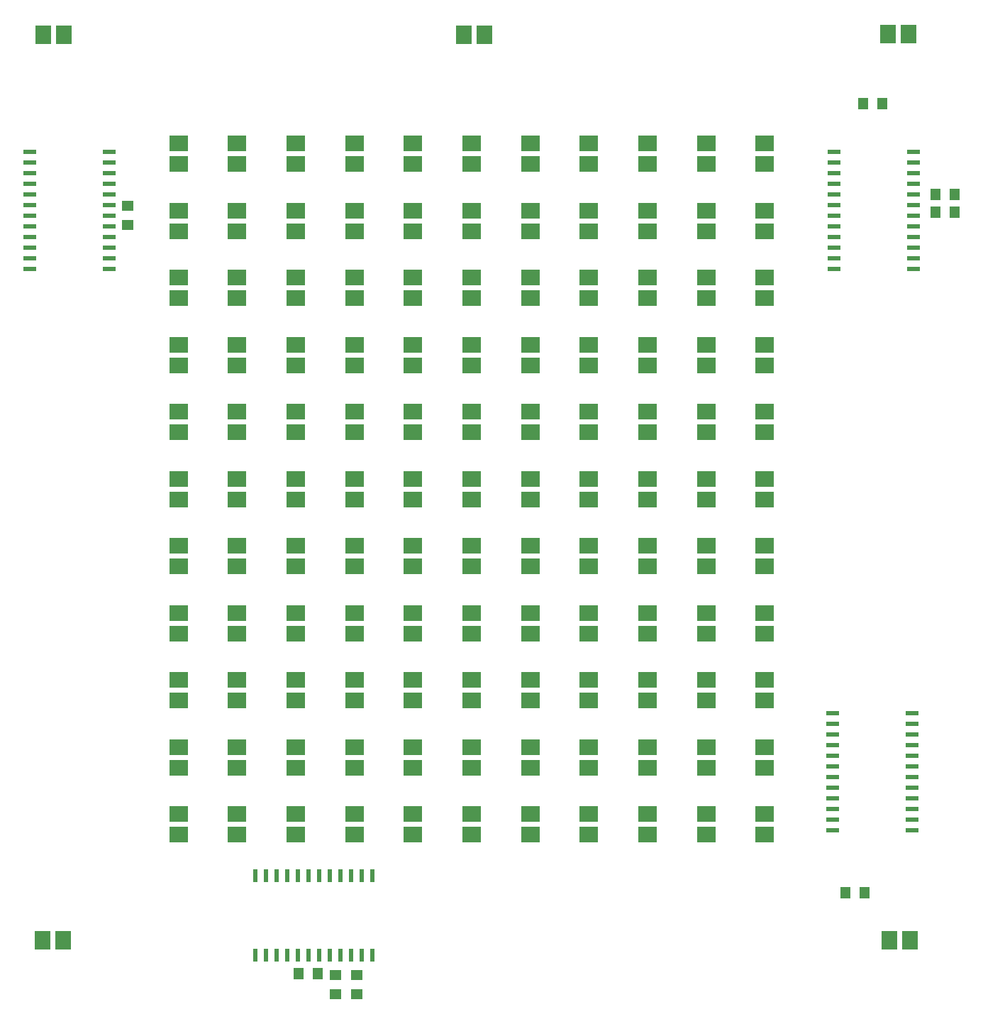
<source format=gtp>
G04 Layer_Color=8421504*
%FSTAX24Y24*%
%MOIN*%
G70*
G01*
G75*
%ADD10R,0.0500X0.0550*%
%ADD11R,0.0768X0.0906*%
%ADD12R,0.0906X0.0768*%
%ADD13R,0.0550X0.0500*%
%ADD14R,0.0232X0.0591*%
%ADD15R,0.0591X0.0232*%
D10*
X06678Y02388D02*
D03*
X06768D02*
D03*
X04199Y02008D02*
D03*
X04109D02*
D03*
X07102Y05585D02*
D03*
X07192D02*
D03*
X07102Y056655D02*
D03*
X07192D02*
D03*
X06852Y06094D02*
D03*
X06762D02*
D03*
D11*
X048845Y06418D02*
D03*
X04981D02*
D03*
X029045Y021654D02*
D03*
X03001D02*
D03*
X030042Y06417D02*
D03*
X029078D02*
D03*
X069815Y02164D02*
D03*
X06885D02*
D03*
X06976Y06422D02*
D03*
X068795D02*
D03*
D12*
X062992Y027559D02*
D03*
Y026594D02*
D03*
X060236Y027559D02*
D03*
Y026594D02*
D03*
X05748Y027559D02*
D03*
Y026594D02*
D03*
X054724Y027559D02*
D03*
Y026594D02*
D03*
X051968Y027559D02*
D03*
Y026594D02*
D03*
X049213Y027559D02*
D03*
Y026594D02*
D03*
X046457Y027559D02*
D03*
Y026594D02*
D03*
X043701Y027559D02*
D03*
Y026594D02*
D03*
X040945Y027559D02*
D03*
Y026594D02*
D03*
X038189Y027559D02*
D03*
Y026594D02*
D03*
X035433Y027559D02*
D03*
Y026594D02*
D03*
X062992Y030709D02*
D03*
Y029744D02*
D03*
X060236Y030709D02*
D03*
Y029744D02*
D03*
X05748Y030709D02*
D03*
Y029744D02*
D03*
X054724Y030709D02*
D03*
Y029744D02*
D03*
X051968Y030709D02*
D03*
Y029744D02*
D03*
X049213Y030709D02*
D03*
Y029744D02*
D03*
X046457Y030709D02*
D03*
Y029744D02*
D03*
X043701Y030709D02*
D03*
Y029744D02*
D03*
X040945Y030709D02*
D03*
Y029744D02*
D03*
X038189Y030709D02*
D03*
Y029744D02*
D03*
X035433Y030709D02*
D03*
Y029744D02*
D03*
X062992Y033858D02*
D03*
Y032894D02*
D03*
X060236Y033858D02*
D03*
Y032894D02*
D03*
X05748Y033858D02*
D03*
Y032894D02*
D03*
X054724Y033858D02*
D03*
Y032894D02*
D03*
X051968Y033858D02*
D03*
Y032894D02*
D03*
X049213Y033858D02*
D03*
Y032894D02*
D03*
X046457Y033858D02*
D03*
Y032894D02*
D03*
X043701Y033858D02*
D03*
Y032894D02*
D03*
X040945Y033858D02*
D03*
Y032894D02*
D03*
X038189Y033858D02*
D03*
Y032894D02*
D03*
X035433Y033858D02*
D03*
Y032894D02*
D03*
X062992Y037008D02*
D03*
Y036043D02*
D03*
X060236Y037008D02*
D03*
Y036043D02*
D03*
X05748Y037008D02*
D03*
Y036043D02*
D03*
X054724Y037008D02*
D03*
Y036043D02*
D03*
X051968Y037008D02*
D03*
Y036043D02*
D03*
X049213Y037008D02*
D03*
Y036043D02*
D03*
X046457Y037008D02*
D03*
Y036043D02*
D03*
X043701Y037008D02*
D03*
Y036043D02*
D03*
X040945Y037008D02*
D03*
Y036043D02*
D03*
X038189Y037008D02*
D03*
Y036043D02*
D03*
X035433Y037008D02*
D03*
Y036043D02*
D03*
X062992Y040157D02*
D03*
Y039193D02*
D03*
X060236Y040157D02*
D03*
Y039193D02*
D03*
X05748Y040157D02*
D03*
Y039193D02*
D03*
X054724Y040157D02*
D03*
Y039193D02*
D03*
X051968Y040157D02*
D03*
Y039193D02*
D03*
X049213Y040157D02*
D03*
Y039193D02*
D03*
X046457Y040157D02*
D03*
Y039193D02*
D03*
X043701Y040157D02*
D03*
Y039193D02*
D03*
X040945Y040157D02*
D03*
Y039193D02*
D03*
X038189Y040157D02*
D03*
Y039193D02*
D03*
X035433Y040157D02*
D03*
Y039193D02*
D03*
X062992Y043307D02*
D03*
Y042343D02*
D03*
X060236Y043307D02*
D03*
Y042343D02*
D03*
X05748Y043307D02*
D03*
Y042343D02*
D03*
X054724Y043307D02*
D03*
Y042343D02*
D03*
X051968Y043307D02*
D03*
Y042343D02*
D03*
X049213Y043307D02*
D03*
Y042343D02*
D03*
X046457Y043307D02*
D03*
Y042343D02*
D03*
X043701Y043307D02*
D03*
Y042343D02*
D03*
X040945Y043307D02*
D03*
Y042343D02*
D03*
X038189Y043307D02*
D03*
Y042343D02*
D03*
X035433Y043307D02*
D03*
Y042343D02*
D03*
X062992Y046457D02*
D03*
Y045492D02*
D03*
X060236Y046457D02*
D03*
Y045492D02*
D03*
X05748Y046457D02*
D03*
Y045492D02*
D03*
X054724Y046457D02*
D03*
Y045492D02*
D03*
X051968Y046457D02*
D03*
Y045492D02*
D03*
X049213Y046457D02*
D03*
Y045492D02*
D03*
X046457Y046457D02*
D03*
Y045492D02*
D03*
X043701Y046457D02*
D03*
Y045492D02*
D03*
X040945Y046457D02*
D03*
Y045492D02*
D03*
X038189Y046457D02*
D03*
Y045492D02*
D03*
X035433Y046457D02*
D03*
Y045492D02*
D03*
X062992Y049606D02*
D03*
Y048642D02*
D03*
X060236Y049606D02*
D03*
Y048642D02*
D03*
X05748Y049606D02*
D03*
Y048642D02*
D03*
X054724Y049606D02*
D03*
Y048642D02*
D03*
X051968Y049606D02*
D03*
Y048642D02*
D03*
X049213Y049606D02*
D03*
Y048642D02*
D03*
X046457Y049606D02*
D03*
Y048642D02*
D03*
X043701Y049606D02*
D03*
Y048642D02*
D03*
X040945Y049606D02*
D03*
Y048642D02*
D03*
X038189Y049606D02*
D03*
Y048642D02*
D03*
X035433Y049606D02*
D03*
Y048642D02*
D03*
X062992Y052756D02*
D03*
Y051791D02*
D03*
X060236Y052756D02*
D03*
Y051791D02*
D03*
X05748Y052756D02*
D03*
Y051791D02*
D03*
X054724Y052756D02*
D03*
Y051791D02*
D03*
X051968Y052756D02*
D03*
Y051791D02*
D03*
X049213Y052756D02*
D03*
Y051791D02*
D03*
X046457Y052756D02*
D03*
Y051791D02*
D03*
X043701Y052756D02*
D03*
Y051791D02*
D03*
X040945Y052756D02*
D03*
Y051791D02*
D03*
X038189Y052756D02*
D03*
Y051791D02*
D03*
X035433Y052756D02*
D03*
Y051791D02*
D03*
X062992Y055906D02*
D03*
Y054941D02*
D03*
X060236Y055906D02*
D03*
Y054941D02*
D03*
X05748Y055906D02*
D03*
Y054941D02*
D03*
X054724Y055906D02*
D03*
Y054941D02*
D03*
X051968Y055906D02*
D03*
Y054941D02*
D03*
X049213Y055906D02*
D03*
Y054941D02*
D03*
X046457Y055906D02*
D03*
Y054941D02*
D03*
X043701Y055906D02*
D03*
Y054941D02*
D03*
X040945Y055906D02*
D03*
Y054941D02*
D03*
X038189Y055906D02*
D03*
Y054941D02*
D03*
X035433Y055906D02*
D03*
Y054941D02*
D03*
X062992Y059055D02*
D03*
Y058091D02*
D03*
X060236Y059055D02*
D03*
Y058091D02*
D03*
X05748Y059055D02*
D03*
Y058091D02*
D03*
X054724Y059055D02*
D03*
Y058091D02*
D03*
X051968Y059055D02*
D03*
Y058091D02*
D03*
X049213Y059055D02*
D03*
Y058091D02*
D03*
X046457Y059055D02*
D03*
Y058091D02*
D03*
X043701Y059055D02*
D03*
Y058091D02*
D03*
X040945Y059055D02*
D03*
Y058091D02*
D03*
X038189Y059055D02*
D03*
Y058091D02*
D03*
X035433Y059055D02*
D03*
Y058091D02*
D03*
D13*
X0428Y02D02*
D03*
Y0191D02*
D03*
X0438Y02D02*
D03*
Y0191D02*
D03*
X03304Y05613D02*
D03*
Y05523D02*
D03*
D14*
X03905Y02094D02*
D03*
X03955D02*
D03*
X04005D02*
D03*
X04055D02*
D03*
X04105D02*
D03*
X04155D02*
D03*
X04205D02*
D03*
X04255D02*
D03*
X04305D02*
D03*
X04355D02*
D03*
X04405D02*
D03*
X04455D02*
D03*
X03905Y02468D02*
D03*
X03955D02*
D03*
X04005D02*
D03*
X04055D02*
D03*
X04105D02*
D03*
X04155D02*
D03*
X04205D02*
D03*
X04255D02*
D03*
X04305D02*
D03*
X04355D02*
D03*
X04405D02*
D03*
X04455D02*
D03*
D15*
X06619Y03232D02*
D03*
Y03182D02*
D03*
Y03132D02*
D03*
Y03082D02*
D03*
Y03032D02*
D03*
Y02982D02*
D03*
Y02932D02*
D03*
Y02882D02*
D03*
Y02832D02*
D03*
Y02782D02*
D03*
Y02732D02*
D03*
Y02682D02*
D03*
X06993Y03232D02*
D03*
Y03182D02*
D03*
Y03132D02*
D03*
Y03082D02*
D03*
Y03032D02*
D03*
Y02982D02*
D03*
Y02932D02*
D03*
Y02882D02*
D03*
Y02832D02*
D03*
Y02782D02*
D03*
Y02732D02*
D03*
Y02682D02*
D03*
X06998Y053156D02*
D03*
Y053656D02*
D03*
Y054156D02*
D03*
Y054656D02*
D03*
Y055156D02*
D03*
Y055656D02*
D03*
Y056156D02*
D03*
Y056656D02*
D03*
Y057156D02*
D03*
Y057656D02*
D03*
Y058156D02*
D03*
Y058656D02*
D03*
X06624Y053156D02*
D03*
Y053656D02*
D03*
Y054156D02*
D03*
Y054656D02*
D03*
Y055156D02*
D03*
Y055656D02*
D03*
Y056156D02*
D03*
Y056656D02*
D03*
Y057156D02*
D03*
Y057656D02*
D03*
Y058156D02*
D03*
Y058656D02*
D03*
X032185Y053156D02*
D03*
Y053656D02*
D03*
Y054156D02*
D03*
Y054656D02*
D03*
Y055156D02*
D03*
Y055656D02*
D03*
Y056156D02*
D03*
Y056656D02*
D03*
Y057156D02*
D03*
Y057656D02*
D03*
Y058156D02*
D03*
Y058656D02*
D03*
X028445Y053156D02*
D03*
Y053656D02*
D03*
Y054156D02*
D03*
Y054656D02*
D03*
Y055156D02*
D03*
Y055656D02*
D03*
Y056156D02*
D03*
Y056656D02*
D03*
Y057156D02*
D03*
Y057656D02*
D03*
Y058156D02*
D03*
Y058656D02*
D03*
M02*

</source>
